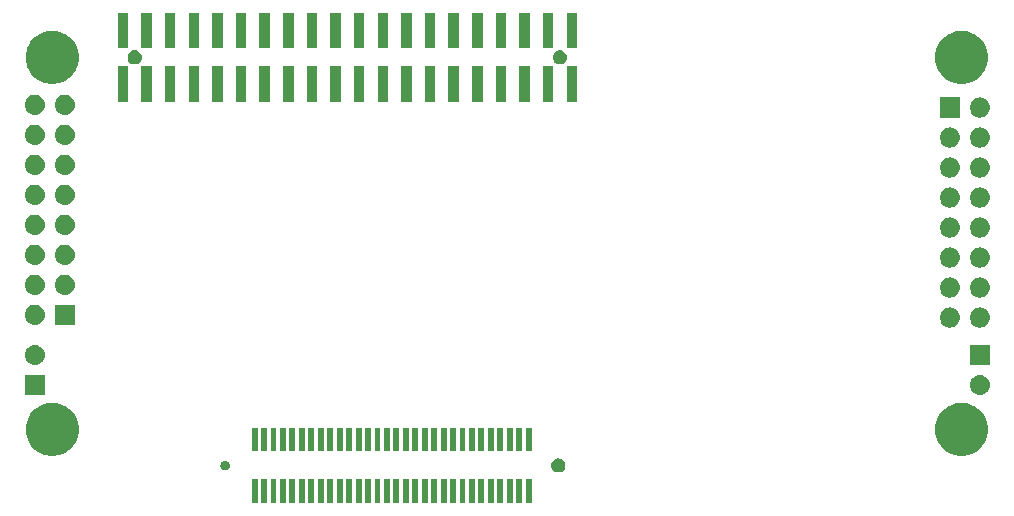
<source format=gbr>
G04 #@! TF.GenerationSoftware,KiCad,Pcbnew,5.0.2-5.fc29*
G04 #@! TF.CreationDate,2019-03-04T17:53:56+05:30*
G04 #@! TF.ProjectId,sx1509,73783135-3039-42e6-9b69-6361645f7063,v0.1*
G04 #@! TF.SameCoordinates,Original*
G04 #@! TF.FileFunction,Soldermask,Bot*
G04 #@! TF.FilePolarity,Negative*
%FSLAX46Y46*%
G04 Gerber Fmt 4.6, Leading zero omitted, Abs format (unit mm)*
G04 Created by KiCad (PCBNEW 5.0.2-5.fc29) date Mon 04 Mar 2019 05:53:56 PM IST*
%MOMM*%
%LPD*%
G01*
G04 APERTURE LIST*
%ADD10C,0.100000*%
G04 APERTURE END LIST*
D10*
G36*
X143800000Y-141750000D02*
X143300000Y-141750000D01*
X143300000Y-139750000D01*
X143800000Y-139750000D01*
X143800000Y-141750000D01*
X143800000Y-141750000D01*
G37*
G36*
X121400000Y-141750000D02*
X120900000Y-141750000D01*
X120900000Y-139750000D01*
X121400000Y-139750000D01*
X121400000Y-141750000D01*
X121400000Y-141750000D01*
G37*
G36*
X131800000Y-141750000D02*
X131300000Y-141750000D01*
X131300000Y-139750000D01*
X131800000Y-139750000D01*
X131800000Y-141750000D01*
X131800000Y-141750000D01*
G37*
G36*
X132600000Y-141750000D02*
X132100000Y-141750000D01*
X132100000Y-139750000D01*
X132600000Y-139750000D01*
X132600000Y-141750000D01*
X132600000Y-141750000D01*
G37*
G36*
X131000000Y-141750000D02*
X130500000Y-141750000D01*
X130500000Y-139750000D01*
X131000000Y-139750000D01*
X131000000Y-141750000D01*
X131000000Y-141750000D01*
G37*
G36*
X130200000Y-141750000D02*
X129700000Y-141750000D01*
X129700000Y-139750000D01*
X130200000Y-139750000D01*
X130200000Y-141750000D01*
X130200000Y-141750000D01*
G37*
G36*
X129400000Y-141750000D02*
X128900000Y-141750000D01*
X128900000Y-139750000D01*
X129400000Y-139750000D01*
X129400000Y-141750000D01*
X129400000Y-141750000D01*
G37*
G36*
X128600000Y-141750000D02*
X128100000Y-141750000D01*
X128100000Y-139750000D01*
X128600000Y-139750000D01*
X128600000Y-141750000D01*
X128600000Y-141750000D01*
G37*
G36*
X127800000Y-141750000D02*
X127300000Y-141750000D01*
X127300000Y-139750000D01*
X127800000Y-139750000D01*
X127800000Y-141750000D01*
X127800000Y-141750000D01*
G37*
G36*
X127000000Y-141750000D02*
X126500000Y-141750000D01*
X126500000Y-139750000D01*
X127000000Y-139750000D01*
X127000000Y-141750000D01*
X127000000Y-141750000D01*
G37*
G36*
X126200000Y-141750000D02*
X125700000Y-141750000D01*
X125700000Y-139750000D01*
X126200000Y-139750000D01*
X126200000Y-141750000D01*
X126200000Y-141750000D01*
G37*
G36*
X125400000Y-141750000D02*
X124900000Y-141750000D01*
X124900000Y-139750000D01*
X125400000Y-139750000D01*
X125400000Y-141750000D01*
X125400000Y-141750000D01*
G37*
G36*
X124600000Y-141750000D02*
X124100000Y-141750000D01*
X124100000Y-139750000D01*
X124600000Y-139750000D01*
X124600000Y-141750000D01*
X124600000Y-141750000D01*
G37*
G36*
X123800000Y-141750000D02*
X123300000Y-141750000D01*
X123300000Y-139750000D01*
X123800000Y-139750000D01*
X123800000Y-141750000D01*
X123800000Y-141750000D01*
G37*
G36*
X123000000Y-141750000D02*
X122500000Y-141750000D01*
X122500000Y-139750000D01*
X123000000Y-139750000D01*
X123000000Y-141750000D01*
X123000000Y-141750000D01*
G37*
G36*
X122200000Y-141750000D02*
X121700000Y-141750000D01*
X121700000Y-139750000D01*
X122200000Y-139750000D01*
X122200000Y-141750000D01*
X122200000Y-141750000D01*
G37*
G36*
X135800000Y-141750000D02*
X135300000Y-141750000D01*
X135300000Y-139750000D01*
X135800000Y-139750000D01*
X135800000Y-141750000D01*
X135800000Y-141750000D01*
G37*
G36*
X139800000Y-141750000D02*
X139300000Y-141750000D01*
X139300000Y-139750000D01*
X139800000Y-139750000D01*
X139800000Y-141750000D01*
X139800000Y-141750000D01*
G37*
G36*
X138200000Y-141750000D02*
X137700000Y-141750000D01*
X137700000Y-139750000D01*
X138200000Y-139750000D01*
X138200000Y-141750000D01*
X138200000Y-141750000D01*
G37*
G36*
X136600000Y-141750000D02*
X136100000Y-141750000D01*
X136100000Y-139750000D01*
X136600000Y-139750000D01*
X136600000Y-141750000D01*
X136600000Y-141750000D01*
G37*
G36*
X134200000Y-141750000D02*
X133700000Y-141750000D01*
X133700000Y-139750000D01*
X134200000Y-139750000D01*
X134200000Y-141750000D01*
X134200000Y-141750000D01*
G37*
G36*
X141400000Y-141750000D02*
X140900000Y-141750000D01*
X140900000Y-139750000D01*
X141400000Y-139750000D01*
X141400000Y-141750000D01*
X141400000Y-141750000D01*
G37*
G36*
X137400000Y-141750000D02*
X136900000Y-141750000D01*
X136900000Y-139750000D01*
X137400000Y-139750000D01*
X137400000Y-141750000D01*
X137400000Y-141750000D01*
G37*
G36*
X142200000Y-141750000D02*
X141700000Y-141750000D01*
X141700000Y-139750000D01*
X142200000Y-139750000D01*
X142200000Y-141750000D01*
X142200000Y-141750000D01*
G37*
G36*
X135000000Y-141750000D02*
X134500000Y-141750000D01*
X134500000Y-139750000D01*
X135000000Y-139750000D01*
X135000000Y-141750000D01*
X135000000Y-141750000D01*
G37*
G36*
X133400000Y-141750000D02*
X132900000Y-141750000D01*
X132900000Y-139750000D01*
X133400000Y-139750000D01*
X133400000Y-141750000D01*
X133400000Y-141750000D01*
G37*
G36*
X143000000Y-141750000D02*
X142500000Y-141750000D01*
X142500000Y-139750000D01*
X143000000Y-139750000D01*
X143000000Y-141750000D01*
X143000000Y-141750000D01*
G37*
G36*
X139000000Y-141750000D02*
X138500000Y-141750000D01*
X138500000Y-139750000D01*
X139000000Y-139750000D01*
X139000000Y-141750000D01*
X139000000Y-141750000D01*
G37*
G36*
X140600000Y-141750000D02*
X140100000Y-141750000D01*
X140100000Y-139750000D01*
X140600000Y-139750000D01*
X140600000Y-141750000D01*
X140600000Y-141750000D01*
G37*
G36*
X144600000Y-141750000D02*
X144100000Y-141750000D01*
X144100000Y-139750000D01*
X144600000Y-139750000D01*
X144600000Y-141750000D01*
X144600000Y-141750000D01*
G37*
G36*
X147025012Y-137973057D02*
X147134207Y-138018287D01*
X147232481Y-138083952D01*
X147316048Y-138167519D01*
X147316050Y-138167522D01*
X147381713Y-138265793D01*
X147381714Y-138265795D01*
X147381977Y-138266189D01*
X147384712Y-138272791D01*
X147384713Y-138272793D01*
X147396817Y-138302015D01*
X147429943Y-138381988D01*
X147453000Y-138497904D01*
X147453000Y-138616096D01*
X147429943Y-138732012D01*
X147384713Y-138841207D01*
X147319048Y-138939481D01*
X147235481Y-139023048D01*
X147137207Y-139088713D01*
X147028012Y-139133943D01*
X146912096Y-139157000D01*
X146793904Y-139157000D01*
X146677988Y-139133943D01*
X146568793Y-139088713D01*
X146470519Y-139023048D01*
X146386952Y-138939481D01*
X146363562Y-138904475D01*
X146321287Y-138841207D01*
X146321286Y-138841205D01*
X146321023Y-138840811D01*
X146318288Y-138834209D01*
X146318287Y-138834207D01*
X146273058Y-138725014D01*
X146273057Y-138725012D01*
X146250000Y-138609096D01*
X146250000Y-138490904D01*
X146273057Y-138374988D01*
X146318287Y-138265793D01*
X146383952Y-138167519D01*
X146467519Y-138083952D01*
X146565793Y-138018287D01*
X146674988Y-137973057D01*
X146790904Y-137950000D01*
X146909096Y-137950000D01*
X147025012Y-137973057D01*
X147025012Y-137973057D01*
G37*
G36*
X118766676Y-138165372D02*
X118839468Y-138195523D01*
X118904989Y-138239303D01*
X118960697Y-138295011D01*
X118960699Y-138295014D01*
X118960700Y-138295015D01*
X119004475Y-138360529D01*
X119004476Y-138360531D01*
X119004741Y-138360928D01*
X119013464Y-138381988D01*
X119037628Y-138440324D01*
X119053000Y-138517603D01*
X119053000Y-138596397D01*
X119039020Y-138666676D01*
X119037628Y-138673676D01*
X119007477Y-138746468D01*
X118963697Y-138811989D01*
X118907989Y-138867697D01*
X118842468Y-138911477D01*
X118774867Y-138939478D01*
X118769676Y-138941628D01*
X118692397Y-138957000D01*
X118613603Y-138957000D01*
X118536324Y-138941628D01*
X118531133Y-138939478D01*
X118463532Y-138911477D01*
X118398011Y-138867697D01*
X118342303Y-138811989D01*
X118337623Y-138804985D01*
X118298525Y-138746471D01*
X118298524Y-138746468D01*
X118298259Y-138746072D01*
X118265372Y-138666676D01*
X118255311Y-138616095D01*
X118250000Y-138589397D01*
X118250000Y-138510603D01*
X118265372Y-138433324D01*
X118286637Y-138381986D01*
X118295523Y-138360532D01*
X118339303Y-138295011D01*
X118395011Y-138239303D01*
X118460532Y-138195523D01*
X118533324Y-138165372D01*
X118610603Y-138150000D01*
X118689397Y-138150000D01*
X118766676Y-138165372D01*
X118766676Y-138165372D01*
G37*
G36*
X181438953Y-133293233D02*
X181656301Y-133336466D01*
X181825910Y-133406720D01*
X182065774Y-133506075D01*
X182065775Y-133506076D01*
X182434292Y-133752311D01*
X182747689Y-134065708D01*
X182911846Y-134311386D01*
X182993925Y-134434226D01*
X183163534Y-134843700D01*
X183250000Y-135278393D01*
X183250000Y-135721607D01*
X183163534Y-136156300D01*
X182993925Y-136565774D01*
X182993924Y-136565775D01*
X182747689Y-136934292D01*
X182434292Y-137247689D01*
X182188614Y-137411846D01*
X182065774Y-137493925D01*
X181825910Y-137593280D01*
X181656301Y-137663534D01*
X181438953Y-137706767D01*
X181221607Y-137750000D01*
X180778393Y-137750000D01*
X180561047Y-137706767D01*
X180343699Y-137663534D01*
X180174090Y-137593280D01*
X179934226Y-137493925D01*
X179811386Y-137411846D01*
X179565708Y-137247689D01*
X179252311Y-136934292D01*
X179006076Y-136565775D01*
X179006075Y-136565774D01*
X178836466Y-136156300D01*
X178750000Y-135721607D01*
X178750000Y-135278393D01*
X178836466Y-134843700D01*
X179006075Y-134434226D01*
X179088154Y-134311386D01*
X179252311Y-134065708D01*
X179565708Y-133752311D01*
X179934225Y-133506076D01*
X179934226Y-133506075D01*
X180174090Y-133406720D01*
X180343699Y-133336466D01*
X180561047Y-133293233D01*
X180778393Y-133250000D01*
X181221607Y-133250000D01*
X181438953Y-133293233D01*
X181438953Y-133293233D01*
G37*
G36*
X104438953Y-133293233D02*
X104656301Y-133336466D01*
X104825910Y-133406720D01*
X105065774Y-133506075D01*
X105065775Y-133506076D01*
X105434292Y-133752311D01*
X105747689Y-134065708D01*
X105911846Y-134311386D01*
X105993925Y-134434226D01*
X106163534Y-134843700D01*
X106250000Y-135278393D01*
X106250000Y-135721607D01*
X106163534Y-136156300D01*
X105993925Y-136565774D01*
X105993924Y-136565775D01*
X105747689Y-136934292D01*
X105434292Y-137247689D01*
X105188614Y-137411846D01*
X105065774Y-137493925D01*
X104825910Y-137593280D01*
X104656301Y-137663534D01*
X104438953Y-137706767D01*
X104221607Y-137750000D01*
X103778393Y-137750000D01*
X103561047Y-137706767D01*
X103343699Y-137663534D01*
X103174090Y-137593280D01*
X102934226Y-137493925D01*
X102811386Y-137411846D01*
X102565708Y-137247689D01*
X102252311Y-136934292D01*
X102006076Y-136565775D01*
X102006075Y-136565774D01*
X101836466Y-136156300D01*
X101750000Y-135721607D01*
X101750000Y-135278393D01*
X101836466Y-134843700D01*
X102006075Y-134434226D01*
X102088154Y-134311386D01*
X102252311Y-134065708D01*
X102565708Y-133752311D01*
X102934225Y-133506076D01*
X102934226Y-133506075D01*
X103174090Y-133406720D01*
X103343699Y-133336466D01*
X103561047Y-133293233D01*
X103778393Y-133250000D01*
X104221607Y-133250000D01*
X104438953Y-133293233D01*
X104438953Y-133293233D01*
G37*
G36*
X139000000Y-137350000D02*
X138500000Y-137350000D01*
X138500000Y-135350000D01*
X139000000Y-135350000D01*
X139000000Y-137350000D01*
X139000000Y-137350000D01*
G37*
G36*
X135800000Y-137350000D02*
X135300000Y-137350000D01*
X135300000Y-135350000D01*
X135800000Y-135350000D01*
X135800000Y-137350000D01*
X135800000Y-137350000D01*
G37*
G36*
X141400000Y-137350000D02*
X140900000Y-137350000D01*
X140900000Y-135350000D01*
X141400000Y-135350000D01*
X141400000Y-137350000D01*
X141400000Y-137350000D01*
G37*
G36*
X139800000Y-137350000D02*
X139300000Y-137350000D01*
X139300000Y-135350000D01*
X139800000Y-135350000D01*
X139800000Y-137350000D01*
X139800000Y-137350000D01*
G37*
G36*
X136600000Y-137350000D02*
X136100000Y-137350000D01*
X136100000Y-135350000D01*
X136600000Y-135350000D01*
X136600000Y-137350000D01*
X136600000Y-137350000D01*
G37*
G36*
X137400000Y-137350000D02*
X136900000Y-137350000D01*
X136900000Y-135350000D01*
X137400000Y-135350000D01*
X137400000Y-137350000D01*
X137400000Y-137350000D01*
G37*
G36*
X143800000Y-137350000D02*
X143300000Y-137350000D01*
X143300000Y-135350000D01*
X143800000Y-135350000D01*
X143800000Y-137350000D01*
X143800000Y-137350000D01*
G37*
G36*
X138200000Y-137350000D02*
X137700000Y-137350000D01*
X137700000Y-135350000D01*
X138200000Y-135350000D01*
X138200000Y-137350000D01*
X138200000Y-137350000D01*
G37*
G36*
X142200000Y-137350000D02*
X141700000Y-137350000D01*
X141700000Y-135350000D01*
X142200000Y-135350000D01*
X142200000Y-137350000D01*
X142200000Y-137350000D01*
G37*
G36*
X144600000Y-137350000D02*
X144100000Y-137350000D01*
X144100000Y-135350000D01*
X144600000Y-135350000D01*
X144600000Y-137350000D01*
X144600000Y-137350000D01*
G37*
G36*
X126200000Y-137350000D02*
X125700000Y-137350000D01*
X125700000Y-135350000D01*
X126200000Y-135350000D01*
X126200000Y-137350000D01*
X126200000Y-137350000D01*
G37*
G36*
X140600000Y-137350000D02*
X140100000Y-137350000D01*
X140100000Y-135350000D01*
X140600000Y-135350000D01*
X140600000Y-137350000D01*
X140600000Y-137350000D01*
G37*
G36*
X143000000Y-137350000D02*
X142500000Y-137350000D01*
X142500000Y-135350000D01*
X143000000Y-135350000D01*
X143000000Y-137350000D01*
X143000000Y-137350000D01*
G37*
G36*
X127000000Y-137350000D02*
X126500000Y-137350000D01*
X126500000Y-135350000D01*
X127000000Y-135350000D01*
X127000000Y-137350000D01*
X127000000Y-137350000D01*
G37*
G36*
X135000000Y-137350000D02*
X134500000Y-137350000D01*
X134500000Y-135350000D01*
X135000000Y-135350000D01*
X135000000Y-137350000D01*
X135000000Y-137350000D01*
G37*
G36*
X133400000Y-137350000D02*
X132900000Y-137350000D01*
X132900000Y-135350000D01*
X133400000Y-135350000D01*
X133400000Y-137350000D01*
X133400000Y-137350000D01*
G37*
G36*
X122200000Y-137350000D02*
X121700000Y-137350000D01*
X121700000Y-135350000D01*
X122200000Y-135350000D01*
X122200000Y-137350000D01*
X122200000Y-137350000D01*
G37*
G36*
X125400000Y-137350000D02*
X124900000Y-137350000D01*
X124900000Y-135350000D01*
X125400000Y-135350000D01*
X125400000Y-137350000D01*
X125400000Y-137350000D01*
G37*
G36*
X127800000Y-137350000D02*
X127300000Y-137350000D01*
X127300000Y-135350000D01*
X127800000Y-135350000D01*
X127800000Y-137350000D01*
X127800000Y-137350000D01*
G37*
G36*
X124600000Y-137350000D02*
X124100000Y-137350000D01*
X124100000Y-135350000D01*
X124600000Y-135350000D01*
X124600000Y-137350000D01*
X124600000Y-137350000D01*
G37*
G36*
X128600000Y-137350000D02*
X128100000Y-137350000D01*
X128100000Y-135350000D01*
X128600000Y-135350000D01*
X128600000Y-137350000D01*
X128600000Y-137350000D01*
G37*
G36*
X129400000Y-137350000D02*
X128900000Y-137350000D01*
X128900000Y-135350000D01*
X129400000Y-135350000D01*
X129400000Y-137350000D01*
X129400000Y-137350000D01*
G37*
G36*
X123800000Y-137350000D02*
X123300000Y-137350000D01*
X123300000Y-135350000D01*
X123800000Y-135350000D01*
X123800000Y-137350000D01*
X123800000Y-137350000D01*
G37*
G36*
X130200000Y-137350000D02*
X129700000Y-137350000D01*
X129700000Y-135350000D01*
X130200000Y-135350000D01*
X130200000Y-137350000D01*
X130200000Y-137350000D01*
G37*
G36*
X123000000Y-137350000D02*
X122500000Y-137350000D01*
X122500000Y-135350000D01*
X123000000Y-135350000D01*
X123000000Y-137350000D01*
X123000000Y-137350000D01*
G37*
G36*
X131000000Y-137350000D02*
X130500000Y-137350000D01*
X130500000Y-135350000D01*
X131000000Y-135350000D01*
X131000000Y-137350000D01*
X131000000Y-137350000D01*
G37*
G36*
X121400000Y-137350000D02*
X120900000Y-137350000D01*
X120900000Y-135350000D01*
X121400000Y-135350000D01*
X121400000Y-137350000D01*
X121400000Y-137350000D01*
G37*
G36*
X131800000Y-137350000D02*
X131300000Y-137350000D01*
X131300000Y-135350000D01*
X131800000Y-135350000D01*
X131800000Y-137350000D01*
X131800000Y-137350000D01*
G37*
G36*
X132600000Y-137350000D02*
X132100000Y-137350000D01*
X132100000Y-135350000D01*
X132600000Y-135350000D01*
X132600000Y-137350000D01*
X132600000Y-137350000D01*
G37*
G36*
X134200000Y-137350000D02*
X133700000Y-137350000D01*
X133700000Y-135350000D01*
X134200000Y-135350000D01*
X134200000Y-137350000D01*
X134200000Y-137350000D01*
G37*
G36*
X182716630Y-130912299D02*
X182876855Y-130960903D01*
X183024520Y-131039831D01*
X183153949Y-131146051D01*
X183260169Y-131275480D01*
X183339097Y-131423145D01*
X183387701Y-131583370D01*
X183404112Y-131750000D01*
X183387701Y-131916630D01*
X183339097Y-132076855D01*
X183260169Y-132224520D01*
X183153949Y-132353949D01*
X183024520Y-132460169D01*
X182876855Y-132539097D01*
X182716630Y-132587701D01*
X182591752Y-132600000D01*
X182508248Y-132600000D01*
X182383370Y-132587701D01*
X182223145Y-132539097D01*
X182075480Y-132460169D01*
X181946051Y-132353949D01*
X181839831Y-132224520D01*
X181760903Y-132076855D01*
X181712299Y-131916630D01*
X181695888Y-131750000D01*
X181712299Y-131583370D01*
X181760903Y-131423145D01*
X181839831Y-131275480D01*
X181946051Y-131146051D01*
X182075480Y-131039831D01*
X182223145Y-130960903D01*
X182383370Y-130912299D01*
X182508248Y-130900000D01*
X182591752Y-130900000D01*
X182716630Y-130912299D01*
X182716630Y-130912299D01*
G37*
G36*
X103390000Y-132600000D02*
X101690000Y-132600000D01*
X101690000Y-130900000D01*
X103390000Y-130900000D01*
X103390000Y-132600000D01*
X103390000Y-132600000D01*
G37*
G36*
X183400000Y-130060000D02*
X181700000Y-130060000D01*
X181700000Y-128360000D01*
X183400000Y-128360000D01*
X183400000Y-130060000D01*
X183400000Y-130060000D01*
G37*
G36*
X102706630Y-128372299D02*
X102866855Y-128420903D01*
X103014520Y-128499831D01*
X103143949Y-128606051D01*
X103250169Y-128735480D01*
X103329097Y-128883145D01*
X103377701Y-129043370D01*
X103394112Y-129210000D01*
X103377701Y-129376630D01*
X103329097Y-129536855D01*
X103250169Y-129684520D01*
X103143949Y-129813949D01*
X103014520Y-129920169D01*
X102866855Y-129999097D01*
X102706630Y-130047701D01*
X102581752Y-130060000D01*
X102498248Y-130060000D01*
X102373370Y-130047701D01*
X102213145Y-129999097D01*
X102065480Y-129920169D01*
X101936051Y-129813949D01*
X101829831Y-129684520D01*
X101750903Y-129536855D01*
X101702299Y-129376630D01*
X101685888Y-129210000D01*
X101702299Y-129043370D01*
X101750903Y-128883145D01*
X101829831Y-128735480D01*
X101936051Y-128606051D01*
X102065480Y-128499831D01*
X102213145Y-128420903D01*
X102373370Y-128372299D01*
X102498248Y-128360000D01*
X102581752Y-128360000D01*
X102706630Y-128372299D01*
X102706630Y-128372299D01*
G37*
G36*
X180176630Y-125197299D02*
X180336855Y-125245903D01*
X180484520Y-125324831D01*
X180613949Y-125431051D01*
X180720169Y-125560480D01*
X180799097Y-125708145D01*
X180847701Y-125868370D01*
X180864112Y-126035000D01*
X180847701Y-126201630D01*
X180799097Y-126361855D01*
X180720169Y-126509520D01*
X180613949Y-126638949D01*
X180484520Y-126745169D01*
X180336855Y-126824097D01*
X180176630Y-126872701D01*
X180051752Y-126885000D01*
X179968248Y-126885000D01*
X179843370Y-126872701D01*
X179683145Y-126824097D01*
X179535480Y-126745169D01*
X179406051Y-126638949D01*
X179299831Y-126509520D01*
X179220903Y-126361855D01*
X179172299Y-126201630D01*
X179155888Y-126035000D01*
X179172299Y-125868370D01*
X179220903Y-125708145D01*
X179299831Y-125560480D01*
X179406051Y-125431051D01*
X179535480Y-125324831D01*
X179683145Y-125245903D01*
X179843370Y-125197299D01*
X179968248Y-125185000D01*
X180051752Y-125185000D01*
X180176630Y-125197299D01*
X180176630Y-125197299D01*
G37*
G36*
X182716630Y-125197299D02*
X182876855Y-125245903D01*
X183024520Y-125324831D01*
X183153949Y-125431051D01*
X183260169Y-125560480D01*
X183339097Y-125708145D01*
X183387701Y-125868370D01*
X183404112Y-126035000D01*
X183387701Y-126201630D01*
X183339097Y-126361855D01*
X183260169Y-126509520D01*
X183153949Y-126638949D01*
X183024520Y-126745169D01*
X182876855Y-126824097D01*
X182716630Y-126872701D01*
X182591752Y-126885000D01*
X182508248Y-126885000D01*
X182383370Y-126872701D01*
X182223145Y-126824097D01*
X182075480Y-126745169D01*
X181946051Y-126638949D01*
X181839831Y-126509520D01*
X181760903Y-126361855D01*
X181712299Y-126201630D01*
X181695888Y-126035000D01*
X181712299Y-125868370D01*
X181760903Y-125708145D01*
X181839831Y-125560480D01*
X181946051Y-125431051D01*
X182075480Y-125324831D01*
X182223145Y-125245903D01*
X182383370Y-125197299D01*
X182508248Y-125185000D01*
X182591752Y-125185000D01*
X182716630Y-125197299D01*
X182716630Y-125197299D01*
G37*
G36*
X105930000Y-126656000D02*
X104230000Y-126656000D01*
X104230000Y-124956000D01*
X105930000Y-124956000D01*
X105930000Y-126656000D01*
X105930000Y-126656000D01*
G37*
G36*
X102706630Y-124968299D02*
X102866855Y-125016903D01*
X103014520Y-125095831D01*
X103143949Y-125202051D01*
X103250169Y-125331480D01*
X103329097Y-125479145D01*
X103377701Y-125639370D01*
X103394112Y-125806000D01*
X103377701Y-125972630D01*
X103329097Y-126132855D01*
X103250169Y-126280520D01*
X103143949Y-126409949D01*
X103014520Y-126516169D01*
X102866855Y-126595097D01*
X102706630Y-126643701D01*
X102581752Y-126656000D01*
X102498248Y-126656000D01*
X102373370Y-126643701D01*
X102213145Y-126595097D01*
X102065480Y-126516169D01*
X101936051Y-126409949D01*
X101829831Y-126280520D01*
X101750903Y-126132855D01*
X101702299Y-125972630D01*
X101685888Y-125806000D01*
X101702299Y-125639370D01*
X101750903Y-125479145D01*
X101829831Y-125331480D01*
X101936051Y-125202051D01*
X102065480Y-125095831D01*
X102213145Y-125016903D01*
X102373370Y-124968299D01*
X102498248Y-124956000D01*
X102581752Y-124956000D01*
X102706630Y-124968299D01*
X102706630Y-124968299D01*
G37*
G36*
X182716630Y-122657299D02*
X182876855Y-122705903D01*
X183024520Y-122784831D01*
X183153949Y-122891051D01*
X183260169Y-123020480D01*
X183339097Y-123168145D01*
X183387701Y-123328370D01*
X183404112Y-123495000D01*
X183387701Y-123661630D01*
X183339097Y-123821855D01*
X183260169Y-123969520D01*
X183153949Y-124098949D01*
X183024520Y-124205169D01*
X182876855Y-124284097D01*
X182716630Y-124332701D01*
X182591752Y-124345000D01*
X182508248Y-124345000D01*
X182383370Y-124332701D01*
X182223145Y-124284097D01*
X182075480Y-124205169D01*
X181946051Y-124098949D01*
X181839831Y-123969520D01*
X181760903Y-123821855D01*
X181712299Y-123661630D01*
X181695888Y-123495000D01*
X181712299Y-123328370D01*
X181760903Y-123168145D01*
X181839831Y-123020480D01*
X181946051Y-122891051D01*
X182075480Y-122784831D01*
X182223145Y-122705903D01*
X182383370Y-122657299D01*
X182508248Y-122645000D01*
X182591752Y-122645000D01*
X182716630Y-122657299D01*
X182716630Y-122657299D01*
G37*
G36*
X180176630Y-122657299D02*
X180336855Y-122705903D01*
X180484520Y-122784831D01*
X180613949Y-122891051D01*
X180720169Y-123020480D01*
X180799097Y-123168145D01*
X180847701Y-123328370D01*
X180864112Y-123495000D01*
X180847701Y-123661630D01*
X180799097Y-123821855D01*
X180720169Y-123969520D01*
X180613949Y-124098949D01*
X180484520Y-124205169D01*
X180336855Y-124284097D01*
X180176630Y-124332701D01*
X180051752Y-124345000D01*
X179968248Y-124345000D01*
X179843370Y-124332701D01*
X179683145Y-124284097D01*
X179535480Y-124205169D01*
X179406051Y-124098949D01*
X179299831Y-123969520D01*
X179220903Y-123821855D01*
X179172299Y-123661630D01*
X179155888Y-123495000D01*
X179172299Y-123328370D01*
X179220903Y-123168145D01*
X179299831Y-123020480D01*
X179406051Y-122891051D01*
X179535480Y-122784831D01*
X179683145Y-122705903D01*
X179843370Y-122657299D01*
X179968248Y-122645000D01*
X180051752Y-122645000D01*
X180176630Y-122657299D01*
X180176630Y-122657299D01*
G37*
G36*
X102706630Y-122428299D02*
X102866855Y-122476903D01*
X103014520Y-122555831D01*
X103143949Y-122662051D01*
X103250169Y-122791480D01*
X103329097Y-122939145D01*
X103377701Y-123099370D01*
X103394112Y-123266000D01*
X103377701Y-123432630D01*
X103329097Y-123592855D01*
X103250169Y-123740520D01*
X103143949Y-123869949D01*
X103014520Y-123976169D01*
X102866855Y-124055097D01*
X102706630Y-124103701D01*
X102581752Y-124116000D01*
X102498248Y-124116000D01*
X102373370Y-124103701D01*
X102213145Y-124055097D01*
X102065480Y-123976169D01*
X101936051Y-123869949D01*
X101829831Y-123740520D01*
X101750903Y-123592855D01*
X101702299Y-123432630D01*
X101685888Y-123266000D01*
X101702299Y-123099370D01*
X101750903Y-122939145D01*
X101829831Y-122791480D01*
X101936051Y-122662051D01*
X102065480Y-122555831D01*
X102213145Y-122476903D01*
X102373370Y-122428299D01*
X102498248Y-122416000D01*
X102581752Y-122416000D01*
X102706630Y-122428299D01*
X102706630Y-122428299D01*
G37*
G36*
X105246630Y-122428299D02*
X105406855Y-122476903D01*
X105554520Y-122555831D01*
X105683949Y-122662051D01*
X105790169Y-122791480D01*
X105869097Y-122939145D01*
X105917701Y-123099370D01*
X105934112Y-123266000D01*
X105917701Y-123432630D01*
X105869097Y-123592855D01*
X105790169Y-123740520D01*
X105683949Y-123869949D01*
X105554520Y-123976169D01*
X105406855Y-124055097D01*
X105246630Y-124103701D01*
X105121752Y-124116000D01*
X105038248Y-124116000D01*
X104913370Y-124103701D01*
X104753145Y-124055097D01*
X104605480Y-123976169D01*
X104476051Y-123869949D01*
X104369831Y-123740520D01*
X104290903Y-123592855D01*
X104242299Y-123432630D01*
X104225888Y-123266000D01*
X104242299Y-123099370D01*
X104290903Y-122939145D01*
X104369831Y-122791480D01*
X104476051Y-122662051D01*
X104605480Y-122555831D01*
X104753145Y-122476903D01*
X104913370Y-122428299D01*
X105038248Y-122416000D01*
X105121752Y-122416000D01*
X105246630Y-122428299D01*
X105246630Y-122428299D01*
G37*
G36*
X180176630Y-120117299D02*
X180336855Y-120165903D01*
X180484520Y-120244831D01*
X180613949Y-120351051D01*
X180720169Y-120480480D01*
X180799097Y-120628145D01*
X180847701Y-120788370D01*
X180864112Y-120955000D01*
X180847701Y-121121630D01*
X180799097Y-121281855D01*
X180720169Y-121429520D01*
X180613949Y-121558949D01*
X180484520Y-121665169D01*
X180336855Y-121744097D01*
X180176630Y-121792701D01*
X180051752Y-121805000D01*
X179968248Y-121805000D01*
X179843370Y-121792701D01*
X179683145Y-121744097D01*
X179535480Y-121665169D01*
X179406051Y-121558949D01*
X179299831Y-121429520D01*
X179220903Y-121281855D01*
X179172299Y-121121630D01*
X179155888Y-120955000D01*
X179172299Y-120788370D01*
X179220903Y-120628145D01*
X179299831Y-120480480D01*
X179406051Y-120351051D01*
X179535480Y-120244831D01*
X179683145Y-120165903D01*
X179843370Y-120117299D01*
X179968248Y-120105000D01*
X180051752Y-120105000D01*
X180176630Y-120117299D01*
X180176630Y-120117299D01*
G37*
G36*
X182716630Y-120117299D02*
X182876855Y-120165903D01*
X183024520Y-120244831D01*
X183153949Y-120351051D01*
X183260169Y-120480480D01*
X183339097Y-120628145D01*
X183387701Y-120788370D01*
X183404112Y-120955000D01*
X183387701Y-121121630D01*
X183339097Y-121281855D01*
X183260169Y-121429520D01*
X183153949Y-121558949D01*
X183024520Y-121665169D01*
X182876855Y-121744097D01*
X182716630Y-121792701D01*
X182591752Y-121805000D01*
X182508248Y-121805000D01*
X182383370Y-121792701D01*
X182223145Y-121744097D01*
X182075480Y-121665169D01*
X181946051Y-121558949D01*
X181839831Y-121429520D01*
X181760903Y-121281855D01*
X181712299Y-121121630D01*
X181695888Y-120955000D01*
X181712299Y-120788370D01*
X181760903Y-120628145D01*
X181839831Y-120480480D01*
X181946051Y-120351051D01*
X182075480Y-120244831D01*
X182223145Y-120165903D01*
X182383370Y-120117299D01*
X182508248Y-120105000D01*
X182591752Y-120105000D01*
X182716630Y-120117299D01*
X182716630Y-120117299D01*
G37*
G36*
X102706630Y-119888299D02*
X102866855Y-119936903D01*
X103014520Y-120015831D01*
X103143949Y-120122051D01*
X103250169Y-120251480D01*
X103329097Y-120399145D01*
X103377701Y-120559370D01*
X103394112Y-120726000D01*
X103377701Y-120892630D01*
X103329097Y-121052855D01*
X103250169Y-121200520D01*
X103143949Y-121329949D01*
X103014520Y-121436169D01*
X102866855Y-121515097D01*
X102706630Y-121563701D01*
X102581752Y-121576000D01*
X102498248Y-121576000D01*
X102373370Y-121563701D01*
X102213145Y-121515097D01*
X102065480Y-121436169D01*
X101936051Y-121329949D01*
X101829831Y-121200520D01*
X101750903Y-121052855D01*
X101702299Y-120892630D01*
X101685888Y-120726000D01*
X101702299Y-120559370D01*
X101750903Y-120399145D01*
X101829831Y-120251480D01*
X101936051Y-120122051D01*
X102065480Y-120015831D01*
X102213145Y-119936903D01*
X102373370Y-119888299D01*
X102498248Y-119876000D01*
X102581752Y-119876000D01*
X102706630Y-119888299D01*
X102706630Y-119888299D01*
G37*
G36*
X105246630Y-119888299D02*
X105406855Y-119936903D01*
X105554520Y-120015831D01*
X105683949Y-120122051D01*
X105790169Y-120251480D01*
X105869097Y-120399145D01*
X105917701Y-120559370D01*
X105934112Y-120726000D01*
X105917701Y-120892630D01*
X105869097Y-121052855D01*
X105790169Y-121200520D01*
X105683949Y-121329949D01*
X105554520Y-121436169D01*
X105406855Y-121515097D01*
X105246630Y-121563701D01*
X105121752Y-121576000D01*
X105038248Y-121576000D01*
X104913370Y-121563701D01*
X104753145Y-121515097D01*
X104605480Y-121436169D01*
X104476051Y-121329949D01*
X104369831Y-121200520D01*
X104290903Y-121052855D01*
X104242299Y-120892630D01*
X104225888Y-120726000D01*
X104242299Y-120559370D01*
X104290903Y-120399145D01*
X104369831Y-120251480D01*
X104476051Y-120122051D01*
X104605480Y-120015831D01*
X104753145Y-119936903D01*
X104913370Y-119888299D01*
X105038248Y-119876000D01*
X105121752Y-119876000D01*
X105246630Y-119888299D01*
X105246630Y-119888299D01*
G37*
G36*
X182716630Y-117577299D02*
X182876855Y-117625903D01*
X183024520Y-117704831D01*
X183153949Y-117811051D01*
X183260169Y-117940480D01*
X183339097Y-118088145D01*
X183387701Y-118248370D01*
X183404112Y-118415000D01*
X183387701Y-118581630D01*
X183339097Y-118741855D01*
X183260169Y-118889520D01*
X183153949Y-119018949D01*
X183024520Y-119125169D01*
X182876855Y-119204097D01*
X182716630Y-119252701D01*
X182591752Y-119265000D01*
X182508248Y-119265000D01*
X182383370Y-119252701D01*
X182223145Y-119204097D01*
X182075480Y-119125169D01*
X181946051Y-119018949D01*
X181839831Y-118889520D01*
X181760903Y-118741855D01*
X181712299Y-118581630D01*
X181695888Y-118415000D01*
X181712299Y-118248370D01*
X181760903Y-118088145D01*
X181839831Y-117940480D01*
X181946051Y-117811051D01*
X182075480Y-117704831D01*
X182223145Y-117625903D01*
X182383370Y-117577299D01*
X182508248Y-117565000D01*
X182591752Y-117565000D01*
X182716630Y-117577299D01*
X182716630Y-117577299D01*
G37*
G36*
X180176630Y-117577299D02*
X180336855Y-117625903D01*
X180484520Y-117704831D01*
X180613949Y-117811051D01*
X180720169Y-117940480D01*
X180799097Y-118088145D01*
X180847701Y-118248370D01*
X180864112Y-118415000D01*
X180847701Y-118581630D01*
X180799097Y-118741855D01*
X180720169Y-118889520D01*
X180613949Y-119018949D01*
X180484520Y-119125169D01*
X180336855Y-119204097D01*
X180176630Y-119252701D01*
X180051752Y-119265000D01*
X179968248Y-119265000D01*
X179843370Y-119252701D01*
X179683145Y-119204097D01*
X179535480Y-119125169D01*
X179406051Y-119018949D01*
X179299831Y-118889520D01*
X179220903Y-118741855D01*
X179172299Y-118581630D01*
X179155888Y-118415000D01*
X179172299Y-118248370D01*
X179220903Y-118088145D01*
X179299831Y-117940480D01*
X179406051Y-117811051D01*
X179535480Y-117704831D01*
X179683145Y-117625903D01*
X179843370Y-117577299D01*
X179968248Y-117565000D01*
X180051752Y-117565000D01*
X180176630Y-117577299D01*
X180176630Y-117577299D01*
G37*
G36*
X102706630Y-117348299D02*
X102866855Y-117396903D01*
X103014520Y-117475831D01*
X103143949Y-117582051D01*
X103250169Y-117711480D01*
X103329097Y-117859145D01*
X103377701Y-118019370D01*
X103394112Y-118186000D01*
X103377701Y-118352630D01*
X103329097Y-118512855D01*
X103250169Y-118660520D01*
X103143949Y-118789949D01*
X103014520Y-118896169D01*
X102866855Y-118975097D01*
X102706630Y-119023701D01*
X102581752Y-119036000D01*
X102498248Y-119036000D01*
X102373370Y-119023701D01*
X102213145Y-118975097D01*
X102065480Y-118896169D01*
X101936051Y-118789949D01*
X101829831Y-118660520D01*
X101750903Y-118512855D01*
X101702299Y-118352630D01*
X101685888Y-118186000D01*
X101702299Y-118019370D01*
X101750903Y-117859145D01*
X101829831Y-117711480D01*
X101936051Y-117582051D01*
X102065480Y-117475831D01*
X102213145Y-117396903D01*
X102373370Y-117348299D01*
X102498248Y-117336000D01*
X102581752Y-117336000D01*
X102706630Y-117348299D01*
X102706630Y-117348299D01*
G37*
G36*
X105246630Y-117348299D02*
X105406855Y-117396903D01*
X105554520Y-117475831D01*
X105683949Y-117582051D01*
X105790169Y-117711480D01*
X105869097Y-117859145D01*
X105917701Y-118019370D01*
X105934112Y-118186000D01*
X105917701Y-118352630D01*
X105869097Y-118512855D01*
X105790169Y-118660520D01*
X105683949Y-118789949D01*
X105554520Y-118896169D01*
X105406855Y-118975097D01*
X105246630Y-119023701D01*
X105121752Y-119036000D01*
X105038248Y-119036000D01*
X104913370Y-119023701D01*
X104753145Y-118975097D01*
X104605480Y-118896169D01*
X104476051Y-118789949D01*
X104369831Y-118660520D01*
X104290903Y-118512855D01*
X104242299Y-118352630D01*
X104225888Y-118186000D01*
X104242299Y-118019370D01*
X104290903Y-117859145D01*
X104369831Y-117711480D01*
X104476051Y-117582051D01*
X104605480Y-117475831D01*
X104753145Y-117396903D01*
X104913370Y-117348299D01*
X105038248Y-117336000D01*
X105121752Y-117336000D01*
X105246630Y-117348299D01*
X105246630Y-117348299D01*
G37*
G36*
X182716630Y-115037299D02*
X182876855Y-115085903D01*
X183024520Y-115164831D01*
X183153949Y-115271051D01*
X183260169Y-115400480D01*
X183339097Y-115548145D01*
X183387701Y-115708370D01*
X183404112Y-115875000D01*
X183387701Y-116041630D01*
X183339097Y-116201855D01*
X183260169Y-116349520D01*
X183153949Y-116478949D01*
X183024520Y-116585169D01*
X182876855Y-116664097D01*
X182716630Y-116712701D01*
X182591752Y-116725000D01*
X182508248Y-116725000D01*
X182383370Y-116712701D01*
X182223145Y-116664097D01*
X182075480Y-116585169D01*
X181946051Y-116478949D01*
X181839831Y-116349520D01*
X181760903Y-116201855D01*
X181712299Y-116041630D01*
X181695888Y-115875000D01*
X181712299Y-115708370D01*
X181760903Y-115548145D01*
X181839831Y-115400480D01*
X181946051Y-115271051D01*
X182075480Y-115164831D01*
X182223145Y-115085903D01*
X182383370Y-115037299D01*
X182508248Y-115025000D01*
X182591752Y-115025000D01*
X182716630Y-115037299D01*
X182716630Y-115037299D01*
G37*
G36*
X180176630Y-115037299D02*
X180336855Y-115085903D01*
X180484520Y-115164831D01*
X180613949Y-115271051D01*
X180720169Y-115400480D01*
X180799097Y-115548145D01*
X180847701Y-115708370D01*
X180864112Y-115875000D01*
X180847701Y-116041630D01*
X180799097Y-116201855D01*
X180720169Y-116349520D01*
X180613949Y-116478949D01*
X180484520Y-116585169D01*
X180336855Y-116664097D01*
X180176630Y-116712701D01*
X180051752Y-116725000D01*
X179968248Y-116725000D01*
X179843370Y-116712701D01*
X179683145Y-116664097D01*
X179535480Y-116585169D01*
X179406051Y-116478949D01*
X179299831Y-116349520D01*
X179220903Y-116201855D01*
X179172299Y-116041630D01*
X179155888Y-115875000D01*
X179172299Y-115708370D01*
X179220903Y-115548145D01*
X179299831Y-115400480D01*
X179406051Y-115271051D01*
X179535480Y-115164831D01*
X179683145Y-115085903D01*
X179843370Y-115037299D01*
X179968248Y-115025000D01*
X180051752Y-115025000D01*
X180176630Y-115037299D01*
X180176630Y-115037299D01*
G37*
G36*
X102706630Y-114808299D02*
X102866855Y-114856903D01*
X103014520Y-114935831D01*
X103143949Y-115042051D01*
X103250169Y-115171480D01*
X103329097Y-115319145D01*
X103377701Y-115479370D01*
X103394112Y-115646000D01*
X103377701Y-115812630D01*
X103329097Y-115972855D01*
X103250169Y-116120520D01*
X103143949Y-116249949D01*
X103014520Y-116356169D01*
X102866855Y-116435097D01*
X102706630Y-116483701D01*
X102581752Y-116496000D01*
X102498248Y-116496000D01*
X102373370Y-116483701D01*
X102213145Y-116435097D01*
X102065480Y-116356169D01*
X101936051Y-116249949D01*
X101829831Y-116120520D01*
X101750903Y-115972855D01*
X101702299Y-115812630D01*
X101685888Y-115646000D01*
X101702299Y-115479370D01*
X101750903Y-115319145D01*
X101829831Y-115171480D01*
X101936051Y-115042051D01*
X102065480Y-114935831D01*
X102213145Y-114856903D01*
X102373370Y-114808299D01*
X102498248Y-114796000D01*
X102581752Y-114796000D01*
X102706630Y-114808299D01*
X102706630Y-114808299D01*
G37*
G36*
X105246630Y-114808299D02*
X105406855Y-114856903D01*
X105554520Y-114935831D01*
X105683949Y-115042051D01*
X105790169Y-115171480D01*
X105869097Y-115319145D01*
X105917701Y-115479370D01*
X105934112Y-115646000D01*
X105917701Y-115812630D01*
X105869097Y-115972855D01*
X105790169Y-116120520D01*
X105683949Y-116249949D01*
X105554520Y-116356169D01*
X105406855Y-116435097D01*
X105246630Y-116483701D01*
X105121752Y-116496000D01*
X105038248Y-116496000D01*
X104913370Y-116483701D01*
X104753145Y-116435097D01*
X104605480Y-116356169D01*
X104476051Y-116249949D01*
X104369831Y-116120520D01*
X104290903Y-115972855D01*
X104242299Y-115812630D01*
X104225888Y-115646000D01*
X104242299Y-115479370D01*
X104290903Y-115319145D01*
X104369831Y-115171480D01*
X104476051Y-115042051D01*
X104605480Y-114935831D01*
X104753145Y-114856903D01*
X104913370Y-114808299D01*
X105038248Y-114796000D01*
X105121752Y-114796000D01*
X105246630Y-114808299D01*
X105246630Y-114808299D01*
G37*
G36*
X180176630Y-112497299D02*
X180336855Y-112545903D01*
X180484520Y-112624831D01*
X180613949Y-112731051D01*
X180720169Y-112860480D01*
X180799097Y-113008145D01*
X180847701Y-113168370D01*
X180864112Y-113335000D01*
X180847701Y-113501630D01*
X180799097Y-113661855D01*
X180720169Y-113809520D01*
X180613949Y-113938949D01*
X180484520Y-114045169D01*
X180336855Y-114124097D01*
X180176630Y-114172701D01*
X180051752Y-114185000D01*
X179968248Y-114185000D01*
X179843370Y-114172701D01*
X179683145Y-114124097D01*
X179535480Y-114045169D01*
X179406051Y-113938949D01*
X179299831Y-113809520D01*
X179220903Y-113661855D01*
X179172299Y-113501630D01*
X179155888Y-113335000D01*
X179172299Y-113168370D01*
X179220903Y-113008145D01*
X179299831Y-112860480D01*
X179406051Y-112731051D01*
X179535480Y-112624831D01*
X179683145Y-112545903D01*
X179843370Y-112497299D01*
X179968248Y-112485000D01*
X180051752Y-112485000D01*
X180176630Y-112497299D01*
X180176630Y-112497299D01*
G37*
G36*
X182716630Y-112497299D02*
X182876855Y-112545903D01*
X183024520Y-112624831D01*
X183153949Y-112731051D01*
X183260169Y-112860480D01*
X183339097Y-113008145D01*
X183387701Y-113168370D01*
X183404112Y-113335000D01*
X183387701Y-113501630D01*
X183339097Y-113661855D01*
X183260169Y-113809520D01*
X183153949Y-113938949D01*
X183024520Y-114045169D01*
X182876855Y-114124097D01*
X182716630Y-114172701D01*
X182591752Y-114185000D01*
X182508248Y-114185000D01*
X182383370Y-114172701D01*
X182223145Y-114124097D01*
X182075480Y-114045169D01*
X181946051Y-113938949D01*
X181839831Y-113809520D01*
X181760903Y-113661855D01*
X181712299Y-113501630D01*
X181695888Y-113335000D01*
X181712299Y-113168370D01*
X181760903Y-113008145D01*
X181839831Y-112860480D01*
X181946051Y-112731051D01*
X182075480Y-112624831D01*
X182223145Y-112545903D01*
X182383370Y-112497299D01*
X182508248Y-112485000D01*
X182591752Y-112485000D01*
X182716630Y-112497299D01*
X182716630Y-112497299D01*
G37*
G36*
X105246630Y-112268299D02*
X105406855Y-112316903D01*
X105554520Y-112395831D01*
X105683949Y-112502051D01*
X105790169Y-112631480D01*
X105869097Y-112779145D01*
X105917701Y-112939370D01*
X105934112Y-113106000D01*
X105917701Y-113272630D01*
X105869097Y-113432855D01*
X105790169Y-113580520D01*
X105683949Y-113709949D01*
X105554520Y-113816169D01*
X105406855Y-113895097D01*
X105246630Y-113943701D01*
X105121752Y-113956000D01*
X105038248Y-113956000D01*
X104913370Y-113943701D01*
X104753145Y-113895097D01*
X104605480Y-113816169D01*
X104476051Y-113709949D01*
X104369831Y-113580520D01*
X104290903Y-113432855D01*
X104242299Y-113272630D01*
X104225888Y-113106000D01*
X104242299Y-112939370D01*
X104290903Y-112779145D01*
X104369831Y-112631480D01*
X104476051Y-112502051D01*
X104605480Y-112395831D01*
X104753145Y-112316903D01*
X104913370Y-112268299D01*
X105038248Y-112256000D01*
X105121752Y-112256000D01*
X105246630Y-112268299D01*
X105246630Y-112268299D01*
G37*
G36*
X102706630Y-112268299D02*
X102866855Y-112316903D01*
X103014520Y-112395831D01*
X103143949Y-112502051D01*
X103250169Y-112631480D01*
X103329097Y-112779145D01*
X103377701Y-112939370D01*
X103394112Y-113106000D01*
X103377701Y-113272630D01*
X103329097Y-113432855D01*
X103250169Y-113580520D01*
X103143949Y-113709949D01*
X103014520Y-113816169D01*
X102866855Y-113895097D01*
X102706630Y-113943701D01*
X102581752Y-113956000D01*
X102498248Y-113956000D01*
X102373370Y-113943701D01*
X102213145Y-113895097D01*
X102065480Y-113816169D01*
X101936051Y-113709949D01*
X101829831Y-113580520D01*
X101750903Y-113432855D01*
X101702299Y-113272630D01*
X101685888Y-113106000D01*
X101702299Y-112939370D01*
X101750903Y-112779145D01*
X101829831Y-112631480D01*
X101936051Y-112502051D01*
X102065480Y-112395831D01*
X102213145Y-112316903D01*
X102373370Y-112268299D01*
X102498248Y-112256000D01*
X102581752Y-112256000D01*
X102706630Y-112268299D01*
X102706630Y-112268299D01*
G37*
G36*
X180176630Y-109957299D02*
X180336855Y-110005903D01*
X180484520Y-110084831D01*
X180613949Y-110191051D01*
X180720169Y-110320480D01*
X180799097Y-110468145D01*
X180847701Y-110628370D01*
X180864112Y-110795000D01*
X180847701Y-110961630D01*
X180799097Y-111121855D01*
X180720169Y-111269520D01*
X180613949Y-111398949D01*
X180484520Y-111505169D01*
X180336855Y-111584097D01*
X180176630Y-111632701D01*
X180051752Y-111645000D01*
X179968248Y-111645000D01*
X179843370Y-111632701D01*
X179683145Y-111584097D01*
X179535480Y-111505169D01*
X179406051Y-111398949D01*
X179299831Y-111269520D01*
X179220903Y-111121855D01*
X179172299Y-110961630D01*
X179155888Y-110795000D01*
X179172299Y-110628370D01*
X179220903Y-110468145D01*
X179299831Y-110320480D01*
X179406051Y-110191051D01*
X179535480Y-110084831D01*
X179683145Y-110005903D01*
X179843370Y-109957299D01*
X179968248Y-109945000D01*
X180051752Y-109945000D01*
X180176630Y-109957299D01*
X180176630Y-109957299D01*
G37*
G36*
X182716630Y-109957299D02*
X182876855Y-110005903D01*
X183024520Y-110084831D01*
X183153949Y-110191051D01*
X183260169Y-110320480D01*
X183339097Y-110468145D01*
X183387701Y-110628370D01*
X183404112Y-110795000D01*
X183387701Y-110961630D01*
X183339097Y-111121855D01*
X183260169Y-111269520D01*
X183153949Y-111398949D01*
X183024520Y-111505169D01*
X182876855Y-111584097D01*
X182716630Y-111632701D01*
X182591752Y-111645000D01*
X182508248Y-111645000D01*
X182383370Y-111632701D01*
X182223145Y-111584097D01*
X182075480Y-111505169D01*
X181946051Y-111398949D01*
X181839831Y-111269520D01*
X181760903Y-111121855D01*
X181712299Y-110961630D01*
X181695888Y-110795000D01*
X181712299Y-110628370D01*
X181760903Y-110468145D01*
X181839831Y-110320480D01*
X181946051Y-110191051D01*
X182075480Y-110084831D01*
X182223145Y-110005903D01*
X182383370Y-109957299D01*
X182508248Y-109945000D01*
X182591752Y-109945000D01*
X182716630Y-109957299D01*
X182716630Y-109957299D01*
G37*
G36*
X102706630Y-109728299D02*
X102866855Y-109776903D01*
X103014520Y-109855831D01*
X103143949Y-109962051D01*
X103250169Y-110091480D01*
X103329097Y-110239145D01*
X103377701Y-110399370D01*
X103394112Y-110566000D01*
X103377701Y-110732630D01*
X103329097Y-110892855D01*
X103250169Y-111040520D01*
X103143949Y-111169949D01*
X103014520Y-111276169D01*
X102866855Y-111355097D01*
X102706630Y-111403701D01*
X102581752Y-111416000D01*
X102498248Y-111416000D01*
X102373370Y-111403701D01*
X102213145Y-111355097D01*
X102065480Y-111276169D01*
X101936051Y-111169949D01*
X101829831Y-111040520D01*
X101750903Y-110892855D01*
X101702299Y-110732630D01*
X101685888Y-110566000D01*
X101702299Y-110399370D01*
X101750903Y-110239145D01*
X101829831Y-110091480D01*
X101936051Y-109962051D01*
X102065480Y-109855831D01*
X102213145Y-109776903D01*
X102373370Y-109728299D01*
X102498248Y-109716000D01*
X102581752Y-109716000D01*
X102706630Y-109728299D01*
X102706630Y-109728299D01*
G37*
G36*
X105246630Y-109728299D02*
X105406855Y-109776903D01*
X105554520Y-109855831D01*
X105683949Y-109962051D01*
X105790169Y-110091480D01*
X105869097Y-110239145D01*
X105917701Y-110399370D01*
X105934112Y-110566000D01*
X105917701Y-110732630D01*
X105869097Y-110892855D01*
X105790169Y-111040520D01*
X105683949Y-111169949D01*
X105554520Y-111276169D01*
X105406855Y-111355097D01*
X105246630Y-111403701D01*
X105121752Y-111416000D01*
X105038248Y-111416000D01*
X104913370Y-111403701D01*
X104753145Y-111355097D01*
X104605480Y-111276169D01*
X104476051Y-111169949D01*
X104369831Y-111040520D01*
X104290903Y-110892855D01*
X104242299Y-110732630D01*
X104225888Y-110566000D01*
X104242299Y-110399370D01*
X104290903Y-110239145D01*
X104369831Y-110091480D01*
X104476051Y-109962051D01*
X104605480Y-109855831D01*
X104753145Y-109776903D01*
X104913370Y-109728299D01*
X105038248Y-109716000D01*
X105121752Y-109716000D01*
X105246630Y-109728299D01*
X105246630Y-109728299D01*
G37*
G36*
X182716630Y-107417299D02*
X182876855Y-107465903D01*
X183024520Y-107544831D01*
X183153949Y-107651051D01*
X183260169Y-107780480D01*
X183339097Y-107928145D01*
X183387701Y-108088370D01*
X183404112Y-108255000D01*
X183387701Y-108421630D01*
X183339097Y-108581855D01*
X183260169Y-108729520D01*
X183153949Y-108858949D01*
X183024520Y-108965169D01*
X182876855Y-109044097D01*
X182716630Y-109092701D01*
X182591752Y-109105000D01*
X182508248Y-109105000D01*
X182383370Y-109092701D01*
X182223145Y-109044097D01*
X182075480Y-108965169D01*
X181946051Y-108858949D01*
X181839831Y-108729520D01*
X181760903Y-108581855D01*
X181712299Y-108421630D01*
X181695888Y-108255000D01*
X181712299Y-108088370D01*
X181760903Y-107928145D01*
X181839831Y-107780480D01*
X181946051Y-107651051D01*
X182075480Y-107544831D01*
X182223145Y-107465903D01*
X182383370Y-107417299D01*
X182508248Y-107405000D01*
X182591752Y-107405000D01*
X182716630Y-107417299D01*
X182716630Y-107417299D01*
G37*
G36*
X180860000Y-109105000D02*
X179160000Y-109105000D01*
X179160000Y-107405000D01*
X180860000Y-107405000D01*
X180860000Y-109105000D01*
X180860000Y-109105000D01*
G37*
G36*
X105246630Y-107188299D02*
X105406855Y-107236903D01*
X105554520Y-107315831D01*
X105683949Y-107422051D01*
X105790169Y-107551480D01*
X105869097Y-107699145D01*
X105917701Y-107859370D01*
X105934112Y-108026000D01*
X105917701Y-108192630D01*
X105869097Y-108352855D01*
X105790169Y-108500520D01*
X105683949Y-108629949D01*
X105554520Y-108736169D01*
X105406855Y-108815097D01*
X105246630Y-108863701D01*
X105121752Y-108876000D01*
X105038248Y-108876000D01*
X104913370Y-108863701D01*
X104753145Y-108815097D01*
X104605480Y-108736169D01*
X104476051Y-108629949D01*
X104369831Y-108500520D01*
X104290903Y-108352855D01*
X104242299Y-108192630D01*
X104225888Y-108026000D01*
X104242299Y-107859370D01*
X104290903Y-107699145D01*
X104369831Y-107551480D01*
X104476051Y-107422051D01*
X104605480Y-107315831D01*
X104753145Y-107236903D01*
X104913370Y-107188299D01*
X105038248Y-107176000D01*
X105121752Y-107176000D01*
X105246630Y-107188299D01*
X105246630Y-107188299D01*
G37*
G36*
X102706630Y-107188299D02*
X102866855Y-107236903D01*
X103014520Y-107315831D01*
X103143949Y-107422051D01*
X103250169Y-107551480D01*
X103329097Y-107699145D01*
X103377701Y-107859370D01*
X103394112Y-108026000D01*
X103377701Y-108192630D01*
X103329097Y-108352855D01*
X103250169Y-108500520D01*
X103143949Y-108629949D01*
X103014520Y-108736169D01*
X102866855Y-108815097D01*
X102706630Y-108863701D01*
X102581752Y-108876000D01*
X102498248Y-108876000D01*
X102373370Y-108863701D01*
X102213145Y-108815097D01*
X102065480Y-108736169D01*
X101936051Y-108629949D01*
X101829831Y-108500520D01*
X101750903Y-108352855D01*
X101702299Y-108192630D01*
X101685888Y-108026000D01*
X101702299Y-107859370D01*
X101750903Y-107699145D01*
X101829831Y-107551480D01*
X101936051Y-107422051D01*
X102065480Y-107315831D01*
X102213145Y-107236903D01*
X102373370Y-107188299D01*
X102498248Y-107176000D01*
X102581752Y-107176000D01*
X102706630Y-107188299D01*
X102706630Y-107188299D01*
G37*
G36*
X112445000Y-107750000D02*
X111555000Y-107750000D01*
X111555000Y-104750000D01*
X112445000Y-104750000D01*
X112445000Y-107750000D01*
X112445000Y-107750000D01*
G37*
G36*
X118445000Y-107750000D02*
X117555000Y-107750000D01*
X117555000Y-104750000D01*
X118445000Y-104750000D01*
X118445000Y-107750000D01*
X118445000Y-107750000D01*
G37*
G36*
X110445000Y-107750000D02*
X109555000Y-107750000D01*
X109555000Y-104750000D01*
X110445000Y-104750000D01*
X110445000Y-107750000D01*
X110445000Y-107750000D01*
G37*
G36*
X138445000Y-107750000D02*
X137555000Y-107750000D01*
X137555000Y-104750000D01*
X138445000Y-104750000D01*
X138445000Y-107750000D01*
X138445000Y-107750000D01*
G37*
G36*
X136445000Y-107750000D02*
X135555000Y-107750000D01*
X135555000Y-104750000D01*
X136445000Y-104750000D01*
X136445000Y-107750000D01*
X136445000Y-107750000D01*
G37*
G36*
X140445000Y-107750000D02*
X139555000Y-107750000D01*
X139555000Y-104750000D01*
X140445000Y-104750000D01*
X140445000Y-107750000D01*
X140445000Y-107750000D01*
G37*
G36*
X142445000Y-107750000D02*
X141555000Y-107750000D01*
X141555000Y-104750000D01*
X142445000Y-104750000D01*
X142445000Y-107750000D01*
X142445000Y-107750000D01*
G37*
G36*
X144445000Y-107750000D02*
X143555000Y-107750000D01*
X143555000Y-104750000D01*
X144445000Y-104750000D01*
X144445000Y-107750000D01*
X144445000Y-107750000D01*
G37*
G36*
X146445000Y-107750000D02*
X145555000Y-107750000D01*
X145555000Y-104750000D01*
X146445000Y-104750000D01*
X146445000Y-107750000D01*
X146445000Y-107750000D01*
G37*
G36*
X148445000Y-107750000D02*
X147555000Y-107750000D01*
X147555000Y-104750000D01*
X148445000Y-104750000D01*
X148445000Y-107750000D01*
X148445000Y-107750000D01*
G37*
G36*
X116445000Y-107750000D02*
X115555000Y-107750000D01*
X115555000Y-104750000D01*
X116445000Y-104750000D01*
X116445000Y-107750000D01*
X116445000Y-107750000D01*
G37*
G36*
X120445000Y-107750000D02*
X119555000Y-107750000D01*
X119555000Y-104750000D01*
X120445000Y-104750000D01*
X120445000Y-107750000D01*
X120445000Y-107750000D01*
G37*
G36*
X122445000Y-107750000D02*
X121555000Y-107750000D01*
X121555000Y-104750000D01*
X122445000Y-104750000D01*
X122445000Y-107750000D01*
X122445000Y-107750000D01*
G37*
G36*
X124445000Y-107750000D02*
X123555000Y-107750000D01*
X123555000Y-104750000D01*
X124445000Y-104750000D01*
X124445000Y-107750000D01*
X124445000Y-107750000D01*
G37*
G36*
X126445000Y-107750000D02*
X125555000Y-107750000D01*
X125555000Y-104750000D01*
X126445000Y-104750000D01*
X126445000Y-107750000D01*
X126445000Y-107750000D01*
G37*
G36*
X128445000Y-107750000D02*
X127555000Y-107750000D01*
X127555000Y-104750000D01*
X128445000Y-104750000D01*
X128445000Y-107750000D01*
X128445000Y-107750000D01*
G37*
G36*
X130445000Y-107750000D02*
X129555000Y-107750000D01*
X129555000Y-104750000D01*
X130445000Y-104750000D01*
X130445000Y-107750000D01*
X130445000Y-107750000D01*
G37*
G36*
X132445000Y-107750000D02*
X131555000Y-107750000D01*
X131555000Y-104750000D01*
X132445000Y-104750000D01*
X132445000Y-107750000D01*
X132445000Y-107750000D01*
G37*
G36*
X134445000Y-107750000D02*
X133555000Y-107750000D01*
X133555000Y-104750000D01*
X134445000Y-104750000D01*
X134445000Y-107750000D01*
X134445000Y-107750000D01*
G37*
G36*
X114445000Y-107750000D02*
X113555000Y-107750000D01*
X113555000Y-104750000D01*
X114445000Y-104750000D01*
X114445000Y-107750000D01*
X114445000Y-107750000D01*
G37*
G36*
X104438953Y-101793233D02*
X104656301Y-101836466D01*
X104825910Y-101906720D01*
X105065774Y-102006075D01*
X105065775Y-102006076D01*
X105434292Y-102252311D01*
X105747689Y-102565708D01*
X105911846Y-102811386D01*
X105993925Y-102934226D01*
X106093280Y-103174090D01*
X106163534Y-103343699D01*
X106250000Y-103778394D01*
X106250000Y-104221606D01*
X106163534Y-104656301D01*
X106093280Y-104825910D01*
X105993925Y-105065774D01*
X105993924Y-105065775D01*
X105747689Y-105434292D01*
X105434292Y-105747689D01*
X105188614Y-105911846D01*
X105065774Y-105993925D01*
X104825910Y-106093280D01*
X104656301Y-106163534D01*
X104438953Y-106206767D01*
X104221607Y-106250000D01*
X103778393Y-106250000D01*
X103561047Y-106206767D01*
X103343699Y-106163534D01*
X103174090Y-106093280D01*
X102934226Y-105993925D01*
X102811386Y-105911846D01*
X102565708Y-105747689D01*
X102252311Y-105434292D01*
X102006076Y-105065775D01*
X102006075Y-105065774D01*
X101906720Y-104825910D01*
X101836466Y-104656301D01*
X101750000Y-104221606D01*
X101750000Y-103778394D01*
X101836466Y-103343699D01*
X101906720Y-103174090D01*
X102006075Y-102934226D01*
X102088154Y-102811386D01*
X102252311Y-102565708D01*
X102565708Y-102252311D01*
X102934225Y-102006076D01*
X102934226Y-102006075D01*
X103174090Y-101906720D01*
X103343699Y-101836466D01*
X103561047Y-101793233D01*
X103778393Y-101750000D01*
X104221607Y-101750000D01*
X104438953Y-101793233D01*
X104438953Y-101793233D01*
G37*
G36*
X181438953Y-101793233D02*
X181656301Y-101836466D01*
X181825910Y-101906720D01*
X182065774Y-102006075D01*
X182065775Y-102006076D01*
X182434292Y-102252311D01*
X182747689Y-102565708D01*
X182911846Y-102811386D01*
X182993925Y-102934226D01*
X183093280Y-103174090D01*
X183163534Y-103343699D01*
X183250000Y-103778394D01*
X183250000Y-104221606D01*
X183163534Y-104656301D01*
X183093280Y-104825910D01*
X182993925Y-105065774D01*
X182993924Y-105065775D01*
X182747689Y-105434292D01*
X182434292Y-105747689D01*
X182188614Y-105911846D01*
X182065774Y-105993925D01*
X181825910Y-106093280D01*
X181656301Y-106163534D01*
X181438953Y-106206767D01*
X181221607Y-106250000D01*
X180778393Y-106250000D01*
X180561047Y-106206767D01*
X180343699Y-106163534D01*
X180174090Y-106093280D01*
X179934226Y-105993925D01*
X179811386Y-105911846D01*
X179565708Y-105747689D01*
X179252311Y-105434292D01*
X179006076Y-105065775D01*
X179006075Y-105065774D01*
X178906720Y-104825910D01*
X178836466Y-104656301D01*
X178750000Y-104221606D01*
X178750000Y-103778394D01*
X178836466Y-103343699D01*
X178906720Y-103174090D01*
X179006075Y-102934226D01*
X179088154Y-102811386D01*
X179252311Y-102565708D01*
X179565708Y-102252311D01*
X179934225Y-102006076D01*
X179934226Y-102006075D01*
X180174090Y-101906720D01*
X180343699Y-101836466D01*
X180561047Y-101793233D01*
X180778393Y-101750000D01*
X181221607Y-101750000D01*
X181438953Y-101793233D01*
X181438953Y-101793233D01*
G37*
G36*
X147175012Y-103423057D02*
X147284207Y-103468287D01*
X147382481Y-103533952D01*
X147466048Y-103617519D01*
X147531713Y-103715793D01*
X147576943Y-103824988D01*
X147600000Y-103940904D01*
X147600000Y-104059096D01*
X147576943Y-104175012D01*
X147531713Y-104284207D01*
X147466048Y-104382481D01*
X147382481Y-104466048D01*
X147284207Y-104531713D01*
X147175012Y-104576943D01*
X147059096Y-104600000D01*
X146940904Y-104600000D01*
X146824988Y-104576943D01*
X146715793Y-104531713D01*
X146617519Y-104466048D01*
X146533952Y-104382481D01*
X146468287Y-104284207D01*
X146423057Y-104175012D01*
X146400000Y-104059096D01*
X146400000Y-103940904D01*
X146423057Y-103824988D01*
X146468287Y-103715793D01*
X146533952Y-103617519D01*
X146617519Y-103533952D01*
X146715793Y-103468287D01*
X146824988Y-103423057D01*
X146940904Y-103400000D01*
X147059096Y-103400000D01*
X147175012Y-103423057D01*
X147175012Y-103423057D01*
G37*
G36*
X111175012Y-103423057D02*
X111284207Y-103468287D01*
X111382481Y-103533952D01*
X111466048Y-103617519D01*
X111531713Y-103715793D01*
X111576943Y-103824988D01*
X111600000Y-103940904D01*
X111600000Y-104059096D01*
X111576943Y-104175012D01*
X111531713Y-104284207D01*
X111466048Y-104382481D01*
X111382481Y-104466048D01*
X111284207Y-104531713D01*
X111175012Y-104576943D01*
X111059096Y-104600000D01*
X110940904Y-104600000D01*
X110824988Y-104576943D01*
X110715793Y-104531713D01*
X110617519Y-104466048D01*
X110533952Y-104382481D01*
X110468287Y-104284207D01*
X110423057Y-104175012D01*
X110400000Y-104059096D01*
X110400000Y-103940904D01*
X110423057Y-103824988D01*
X110468287Y-103715793D01*
X110533952Y-103617519D01*
X110617519Y-103533952D01*
X110715793Y-103468287D01*
X110824988Y-103423057D01*
X110940904Y-103400000D01*
X111059096Y-103400000D01*
X111175012Y-103423057D01*
X111175012Y-103423057D01*
G37*
G36*
X114445000Y-103250000D02*
X113555000Y-103250000D01*
X113555000Y-100250000D01*
X114445000Y-100250000D01*
X114445000Y-103250000D01*
X114445000Y-103250000D01*
G37*
G36*
X146445000Y-103250000D02*
X145555000Y-103250000D01*
X145555000Y-100250000D01*
X146445000Y-100250000D01*
X146445000Y-103250000D01*
X146445000Y-103250000D01*
G37*
G36*
X144445000Y-103250000D02*
X143555000Y-103250000D01*
X143555000Y-100250000D01*
X144445000Y-100250000D01*
X144445000Y-103250000D01*
X144445000Y-103250000D01*
G37*
G36*
X142445000Y-103250000D02*
X141555000Y-103250000D01*
X141555000Y-100250000D01*
X142445000Y-100250000D01*
X142445000Y-103250000D01*
X142445000Y-103250000D01*
G37*
G36*
X140445000Y-103250000D02*
X139555000Y-103250000D01*
X139555000Y-100250000D01*
X140445000Y-100250000D01*
X140445000Y-103250000D01*
X140445000Y-103250000D01*
G37*
G36*
X138445000Y-103250000D02*
X137555000Y-103250000D01*
X137555000Y-100250000D01*
X138445000Y-100250000D01*
X138445000Y-103250000D01*
X138445000Y-103250000D01*
G37*
G36*
X136445000Y-103250000D02*
X135555000Y-103250000D01*
X135555000Y-100250000D01*
X136445000Y-100250000D01*
X136445000Y-103250000D01*
X136445000Y-103250000D01*
G37*
G36*
X134445000Y-103250000D02*
X133555000Y-103250000D01*
X133555000Y-100250000D01*
X134445000Y-100250000D01*
X134445000Y-103250000D01*
X134445000Y-103250000D01*
G37*
G36*
X132445000Y-103250000D02*
X131555000Y-103250000D01*
X131555000Y-100250000D01*
X132445000Y-100250000D01*
X132445000Y-103250000D01*
X132445000Y-103250000D01*
G37*
G36*
X130445000Y-103250000D02*
X129555000Y-103250000D01*
X129555000Y-100250000D01*
X130445000Y-100250000D01*
X130445000Y-103250000D01*
X130445000Y-103250000D01*
G37*
G36*
X128445000Y-103250000D02*
X127555000Y-103250000D01*
X127555000Y-100250000D01*
X128445000Y-100250000D01*
X128445000Y-103250000D01*
X128445000Y-103250000D01*
G37*
G36*
X126445000Y-103250000D02*
X125555000Y-103250000D01*
X125555000Y-100250000D01*
X126445000Y-100250000D01*
X126445000Y-103250000D01*
X126445000Y-103250000D01*
G37*
G36*
X124445000Y-103250000D02*
X123555000Y-103250000D01*
X123555000Y-100250000D01*
X124445000Y-100250000D01*
X124445000Y-103250000D01*
X124445000Y-103250000D01*
G37*
G36*
X122445000Y-103250000D02*
X121555000Y-103250000D01*
X121555000Y-100250000D01*
X122445000Y-100250000D01*
X122445000Y-103250000D01*
X122445000Y-103250000D01*
G37*
G36*
X120445000Y-103250000D02*
X119555000Y-103250000D01*
X119555000Y-100250000D01*
X120445000Y-100250000D01*
X120445000Y-103250000D01*
X120445000Y-103250000D01*
G37*
G36*
X118445000Y-103250000D02*
X117555000Y-103250000D01*
X117555000Y-100250000D01*
X118445000Y-100250000D01*
X118445000Y-103250000D01*
X118445000Y-103250000D01*
G37*
G36*
X116445000Y-103250000D02*
X115555000Y-103250000D01*
X115555000Y-100250000D01*
X116445000Y-100250000D01*
X116445000Y-103250000D01*
X116445000Y-103250000D01*
G37*
G36*
X110445000Y-103250000D02*
X109555000Y-103250000D01*
X109555000Y-100250000D01*
X110445000Y-100250000D01*
X110445000Y-103250000D01*
X110445000Y-103250000D01*
G37*
G36*
X148445000Y-103250000D02*
X147555000Y-103250000D01*
X147555000Y-100250000D01*
X148445000Y-100250000D01*
X148445000Y-103250000D01*
X148445000Y-103250000D01*
G37*
G36*
X112445000Y-103250000D02*
X111555000Y-103250000D01*
X111555000Y-100250000D01*
X112445000Y-100250000D01*
X112445000Y-103250000D01*
X112445000Y-103250000D01*
G37*
M02*

</source>
